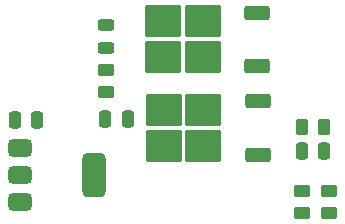
<source format=gbp>
G04 #@! TF.GenerationSoftware,KiCad,Pcbnew,7.0.11+dfsg-1build4*
G04 #@! TF.CreationDate,2025-07-05T19:07:05+02:00*
G04 #@! TF.ProjectId,25487,32353438-372e-46b6-9963-61645f706362,rev?*
G04 #@! TF.SameCoordinates,Original*
G04 #@! TF.FileFunction,Paste,Bot*
G04 #@! TF.FilePolarity,Positive*
%FSLAX46Y46*%
G04 Gerber Fmt 4.6, Leading zero omitted, Abs format (unit mm)*
G04 Created by KiCad (PCBNEW 7.0.11+dfsg-1build4) date 2025-07-05 19:07:05*
%MOMM*%
%LPD*%
G01*
G04 APERTURE LIST*
G04 Aperture macros list*
%AMRoundRect*
0 Rectangle with rounded corners*
0 $1 Rounding radius*
0 $2 $3 $4 $5 $6 $7 $8 $9 X,Y pos of 4 corners*
0 Add a 4 corners polygon primitive as box body*
4,1,4,$2,$3,$4,$5,$6,$7,$8,$9,$2,$3,0*
0 Add four circle primitives for the rounded corners*
1,1,$1+$1,$2,$3*
1,1,$1+$1,$4,$5*
1,1,$1+$1,$6,$7*
1,1,$1+$1,$8,$9*
0 Add four rect primitives between the rounded corners*
20,1,$1+$1,$2,$3,$4,$5,0*
20,1,$1+$1,$4,$5,$6,$7,0*
20,1,$1+$1,$6,$7,$8,$9,0*
20,1,$1+$1,$8,$9,$2,$3,0*%
G04 Aperture macros list end*
%ADD10RoundRect,0.243750X0.456250X-0.243750X0.456250X0.243750X-0.456250X0.243750X-0.456250X-0.243750X0*%
%ADD11RoundRect,0.250000X0.262500X0.450000X-0.262500X0.450000X-0.262500X-0.450000X0.262500X-0.450000X0*%
%ADD12RoundRect,0.250000X-0.250000X-0.475000X0.250000X-0.475000X0.250000X0.475000X-0.250000X0.475000X0*%
%ADD13RoundRect,0.250000X0.450000X-0.262500X0.450000X0.262500X-0.450000X0.262500X-0.450000X-0.262500X0*%
%ADD14RoundRect,0.375000X-0.625000X-0.375000X0.625000X-0.375000X0.625000X0.375000X-0.625000X0.375000X0*%
%ADD15RoundRect,0.500000X-0.500000X-1.400000X0.500000X-1.400000X0.500000X1.400000X-0.500000X1.400000X0*%
%ADD16RoundRect,0.250000X-0.450000X0.262500X-0.450000X-0.262500X0.450000X-0.262500X0.450000X0.262500X0*%
%ADD17RoundRect,0.250000X0.850000X0.350000X-0.850000X0.350000X-0.850000X-0.350000X0.850000X-0.350000X0*%
%ADD18RoundRect,0.250000X1.275000X1.125000X-1.275000X1.125000X-1.275000X-1.125000X1.275000X-1.125000X0*%
%ADD19RoundRect,0.250000X0.250000X0.475000X-0.250000X0.475000X-0.250000X-0.475000X0.250000X-0.475000X0*%
G04 APERTURE END LIST*
D10*
X108900000Y-104437500D03*
X108900000Y-102562500D03*
D11*
X127312500Y-111200000D03*
X125487500Y-111200000D03*
D12*
X125450000Y-113200000D03*
X127350000Y-113200000D03*
D13*
X127750000Y-118412500D03*
X127750000Y-116587500D03*
D14*
X101600000Y-117550000D03*
X101600000Y-115250000D03*
D15*
X107900000Y-115250000D03*
D14*
X101600000Y-112950000D03*
D13*
X125500000Y-118412500D03*
X125500000Y-116587500D03*
D16*
X108900000Y-106337500D03*
X108900000Y-108162500D03*
D17*
X121700000Y-101472500D03*
D18*
X117075000Y-105277500D03*
X117075000Y-102227500D03*
X113725000Y-105277500D03*
X113725000Y-102227500D03*
D17*
X121700000Y-106032500D03*
X121750000Y-109000000D03*
D18*
X117125000Y-112805000D03*
X117125000Y-109755000D03*
X113775000Y-112805000D03*
X113775000Y-109755000D03*
D17*
X121750000Y-113560000D03*
D12*
X108800000Y-110500000D03*
X110700000Y-110500000D03*
D19*
X103050000Y-110600000D03*
X101150000Y-110600000D03*
M02*

</source>
